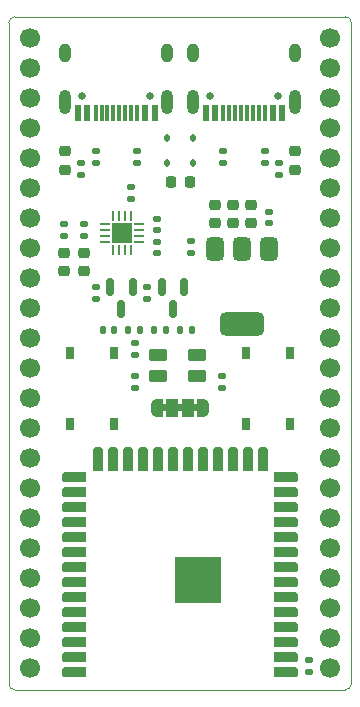
<source format=gts>
G04 #@! TF.GenerationSoftware,KiCad,Pcbnew,8.0.8*
G04 #@! TF.CreationDate,2025-02-02T16:18:31-05:00*
G04 #@! TF.ProjectId,BCD-S3-DevKitC-1-N16R8V,4243442d-5333-42d4-9465-764b6974432d,1.0*
G04 #@! TF.SameCoordinates,Original*
G04 #@! TF.FileFunction,Soldermask,Top*
G04 #@! TF.FilePolarity,Negative*
%FSLAX46Y46*%
G04 Gerber Fmt 4.6, Leading zero omitted, Abs format (unit mm)*
G04 Created by KiCad (PCBNEW 8.0.8) date 2025-02-02 16:18:31*
%MOMM*%
%LPD*%
G01*
G04 APERTURE LIST*
G04 Aperture macros list*
%AMRoundRect*
0 Rectangle with rounded corners*
0 $1 Rounding radius*
0 $2 $3 $4 $5 $6 $7 $8 $9 X,Y pos of 4 corners*
0 Add a 4 corners polygon primitive as box body*
4,1,4,$2,$3,$4,$5,$6,$7,$8,$9,$2,$3,0*
0 Add four circle primitives for the rounded corners*
1,1,$1+$1,$2,$3*
1,1,$1+$1,$4,$5*
1,1,$1+$1,$6,$7*
1,1,$1+$1,$8,$9*
0 Add four rect primitives between the rounded corners*
20,1,$1+$1,$2,$3,$4,$5,0*
20,1,$1+$1,$4,$5,$6,$7,0*
20,1,$1+$1,$6,$7,$8,$9,0*
20,1,$1+$1,$8,$9,$2,$3,0*%
%AMOutline5P*
0 Free polygon, 5 corners , with rotation*
0 The origin of the aperture is its center*
0 number of corners: always 5*
0 $1 to $10 corner X, Y*
0 $11 Rotation angle, in degrees counterclockwise*
0 create outline with 5 corners*
4,1,5,$1,$2,$3,$4,$5,$6,$7,$8,$9,$10,$1,$2,$11*%
%AMOutline6P*
0 Free polygon, 6 corners , with rotation*
0 The origin of the aperture is its center*
0 number of corners: always 6*
0 $1 to $12 corner X, Y*
0 $13 Rotation angle, in degrees counterclockwise*
0 create outline with 6 corners*
4,1,6,$1,$2,$3,$4,$5,$6,$7,$8,$9,$10,$11,$12,$1,$2,$13*%
%AMOutline7P*
0 Free polygon, 7 corners , with rotation*
0 The origin of the aperture is its center*
0 number of corners: always 7*
0 $1 to $14 corner X, Y*
0 $15 Rotation angle, in degrees counterclockwise*
0 create outline with 7 corners*
4,1,7,$1,$2,$3,$4,$5,$6,$7,$8,$9,$10,$11,$12,$13,$14,$1,$2,$15*%
%AMOutline8P*
0 Free polygon, 8 corners , with rotation*
0 The origin of the aperture is its center*
0 number of corners: always 8*
0 $1 to $16 corner X, Y*
0 $17 Rotation angle, in degrees counterclockwise*
0 create outline with 8 corners*
4,1,8,$1,$2,$3,$4,$5,$6,$7,$8,$9,$10,$11,$12,$13,$14,$15,$16,$1,$2,$17*%
%AMFreePoly0*
4,1,19,0.550000,-0.750000,0.000000,-0.750000,0.000000,-0.744911,-0.071157,-0.744911,-0.207708,-0.704816,-0.327430,-0.627875,-0.420627,-0.520320,-0.479746,-0.390866,-0.500000,-0.250000,-0.500000,0.250000,-0.479746,0.390866,-0.420627,0.520320,-0.327430,0.627875,-0.207708,0.704816,-0.071157,0.744911,0.000000,0.744911,0.000000,0.750000,0.550000,0.750000,0.550000,-0.750000,0.550000,-0.750000,
$1*%
%AMFreePoly1*
4,1,19,0.000000,0.744911,0.071157,0.744911,0.207708,0.704816,0.327430,0.627875,0.420627,0.520320,0.479746,0.390866,0.500000,0.250000,0.500000,-0.250000,0.479746,-0.390866,0.420627,-0.520320,0.327430,-0.627875,0.207708,-0.704816,0.071157,-0.744911,0.000000,-0.744911,0.000000,-0.750000,-0.550000,-0.750000,-0.550000,0.750000,0.000000,0.750000,0.000000,0.744911,0.000000,0.744911,
$1*%
G04 Aperture macros list end*
%ADD10RoundRect,0.225000X0.250000X-0.225000X0.250000X0.225000X-0.250000X0.225000X-0.250000X-0.225000X0*%
%ADD11RoundRect,0.135000X-0.185000X0.135000X-0.185000X-0.135000X0.185000X-0.135000X0.185000X0.135000X0*%
%ADD12RoundRect,0.140000X0.140000X0.170000X-0.140000X0.170000X-0.140000X-0.170000X0.140000X-0.170000X0*%
%ADD13R,0.750000X1.000000*%
%ADD14RoundRect,0.140000X0.170000X-0.140000X0.170000X0.140000X-0.170000X0.140000X-0.170000X-0.140000X0*%
%ADD15RoundRect,0.218750X0.256250X-0.218750X0.256250X0.218750X-0.256250X0.218750X-0.256250X-0.218750X0*%
%ADD16RoundRect,0.135000X0.185000X-0.135000X0.185000X0.135000X-0.185000X0.135000X-0.185000X-0.135000X0*%
%ADD17RoundRect,0.062500X0.350000X0.062500X-0.350000X0.062500X-0.350000X-0.062500X0.350000X-0.062500X0*%
%ADD18RoundRect,0.062500X0.062500X0.350000X-0.062500X0.350000X-0.062500X-0.350000X0.062500X-0.350000X0*%
%ADD19R,1.700000X1.700000*%
%ADD20RoundRect,0.150000X-0.150000X0.587500X-0.150000X-0.587500X0.150000X-0.587500X0.150000X0.587500X0*%
%ADD21RoundRect,0.140000X-0.140000X-0.170000X0.140000X-0.170000X0.140000X0.170000X-0.140000X0.170000X0*%
%ADD22RoundRect,0.218750X-0.218750X-0.256250X0.218750X-0.256250X0.218750X0.256250X-0.218750X0.256250X0*%
%ADD23RoundRect,0.140000X-0.170000X0.140000X-0.170000X-0.140000X0.170000X-0.140000X0.170000X0.140000X0*%
%ADD24RoundRect,0.218750X-0.256250X0.218750X-0.256250X-0.218750X0.256250X-0.218750X0.256250X0.218750X0*%
%ADD25RoundRect,0.135000X-0.135000X-0.185000X0.135000X-0.185000X0.135000X0.185000X-0.135000X0.185000X0*%
%ADD26RoundRect,0.112500X0.112500X-0.187500X0.112500X0.187500X-0.112500X0.187500X-0.112500X-0.187500X0*%
%ADD27C,0.650000*%
%ADD28R,0.600000X1.450000*%
%ADD29R,0.300000X1.450000*%
%ADD30O,1.000000X2.100000*%
%ADD31O,1.000000X1.600000*%
%ADD32C,0.450000*%
%ADD33Outline6P,-1.000000X0.270000X-0.820000X0.450000X1.000000X0.450000X1.000000X-0.450000X-0.820000X-0.450000X-1.000000X-0.270000X180.000000*%
%ADD34Outline6P,-1.000000X0.270000X-0.820000X0.450000X1.000000X0.450000X1.000000X-0.450000X-0.820000X-0.450000X-1.000000X-0.270000X270.000000*%
%ADD35Outline6P,-1.000000X0.270000X-0.820000X0.450000X1.000000X0.450000X1.000000X-0.450000X-0.820000X-0.450000X-1.000000X-0.270000X0.000000*%
%ADD36C,3.500000*%
%ADD37R,3.900000X3.900000*%
%ADD38FreePoly0,0.000000*%
%ADD39R,1.000000X1.500000*%
%ADD40FreePoly1,0.000000*%
%ADD41RoundRect,0.375000X-0.375000X0.625000X-0.375000X-0.625000X0.375000X-0.625000X0.375000X0.625000X0*%
%ADD42RoundRect,0.500000X-1.400000X0.500000X-1.400000X-0.500000X1.400000X-0.500000X1.400000X0.500000X0*%
%ADD43RoundRect,0.100000X-0.650000X-0.400000X0.650000X-0.400000X0.650000X0.400000X-0.650000X0.400000X0*%
%ADD44C,1.700000*%
G04 #@! TA.AperFunction,Profile*
%ADD45C,0.050000*%
G04 #@! TD*
G04 APERTURE END LIST*
D10*
X149868600Y-75697450D03*
X149868600Y-74147450D03*
D11*
X141585700Y-88610450D03*
X141585700Y-89630450D03*
D12*
X139808600Y-84696450D03*
X138848600Y-84696450D03*
D11*
X138243333Y-69562900D03*
X138243333Y-70582900D03*
D13*
X154740000Y-86650000D03*
X154740000Y-92650000D03*
X150990000Y-86650000D03*
X150990000Y-92650000D03*
D14*
X143400833Y-78212850D03*
X143400833Y-77252850D03*
D11*
X141743333Y-69562900D03*
X141743333Y-70582900D03*
D15*
X135673333Y-71189650D03*
X135673333Y-69614650D03*
D11*
X142609100Y-81114950D03*
X142609100Y-82134950D03*
D16*
X135595600Y-76806950D03*
X135595600Y-75786950D03*
D17*
X141955833Y-77252850D03*
X141955833Y-76752850D03*
X141955833Y-76252850D03*
X141955833Y-75752850D03*
D18*
X141243333Y-75040350D03*
X140743333Y-75040350D03*
X140243333Y-75040350D03*
X139743333Y-75040350D03*
D17*
X139030833Y-75752850D03*
X139030833Y-76252850D03*
X139030833Y-76752850D03*
X139030833Y-77252850D03*
D18*
X139743333Y-77965350D03*
X140243333Y-77965350D03*
X140743333Y-77965350D03*
X141243333Y-77965350D03*
D19*
X140493333Y-76502850D03*
D20*
X141372350Y-81114950D03*
X139472350Y-81114950D03*
X140422350Y-82989950D03*
X145745850Y-81114950D03*
X143845850Y-81114950D03*
X144795850Y-82989950D03*
D21*
X145404600Y-84696450D03*
X146364600Y-84696450D03*
D11*
X149056666Y-69592900D03*
X149056666Y-70612900D03*
D22*
X144632499Y-72201900D03*
X146207499Y-72201900D03*
D10*
X151428600Y-75697450D03*
X151428600Y-74147450D03*
D14*
X143400833Y-76252850D03*
X143400833Y-75292850D03*
D11*
X152556666Y-69592900D03*
X152556666Y-70612900D03*
D14*
X141243333Y-73625350D03*
X141243333Y-72665350D03*
D23*
X156325000Y-112700000D03*
X156325000Y-113660000D03*
D24*
X135595600Y-78173450D03*
X135595600Y-79748450D03*
D10*
X148348600Y-75697450D03*
X148348600Y-74147450D03*
D25*
X140976100Y-84696450D03*
X141996100Y-84696450D03*
D26*
X146486665Y-70582900D03*
X146486665Y-68482900D03*
D27*
X153696666Y-64936800D03*
X147916666Y-64936800D03*
D28*
X154056666Y-66381800D03*
X153256666Y-66381800D03*
D29*
X152056666Y-66381800D03*
X151056666Y-66381800D03*
X150556666Y-66381800D03*
X149556666Y-66381800D03*
D28*
X148356666Y-66381800D03*
X147556666Y-66381800D03*
X147556666Y-66381800D03*
X148356666Y-66381800D03*
D29*
X149056666Y-66381800D03*
X150056666Y-66381800D03*
X151556666Y-66381800D03*
X152556666Y-66381800D03*
D28*
X153256666Y-66381800D03*
X154056666Y-66381800D03*
D30*
X155126666Y-65466800D03*
D31*
X155126666Y-61286800D03*
D30*
X146486666Y-65466800D03*
D31*
X146486666Y-61286800D03*
D11*
X148985700Y-88610450D03*
X148985700Y-89630450D03*
D25*
X143217100Y-84696450D03*
X144237100Y-84696450D03*
D24*
X137221200Y-78173450D03*
X137221200Y-79748450D03*
D32*
X155052000Y-113660000D03*
D33*
X154400000Y-113660000D03*
D32*
X155052000Y-112390000D03*
D33*
X154400000Y-112390000D03*
D32*
X155052000Y-111120000D03*
D33*
X154400000Y-111120000D03*
D32*
X155052000Y-109850000D03*
D33*
X154400000Y-109850000D03*
D32*
X155052000Y-108580000D03*
D33*
X154400000Y-108580000D03*
D32*
X155052000Y-107310000D03*
D33*
X154400000Y-107310000D03*
D32*
X155052000Y-106040000D03*
D33*
X154400000Y-106040000D03*
D32*
X155052000Y-104770000D03*
D33*
X154400000Y-104770000D03*
D32*
X155052000Y-103500000D03*
D33*
X154400000Y-103500000D03*
D32*
X155052000Y-102230000D03*
D33*
X154400000Y-102230000D03*
D32*
X155052000Y-100960000D03*
D33*
X154400000Y-100960000D03*
D32*
X155052000Y-99690000D03*
D33*
X154400000Y-99690000D03*
D32*
X155052000Y-98420000D03*
D33*
X154400000Y-98420000D03*
D32*
X155052000Y-97150000D03*
D33*
X154400000Y-97150000D03*
D34*
X152385000Y-95650000D03*
D32*
X152385000Y-94998000D03*
D34*
X151115000Y-95650000D03*
D32*
X151115000Y-94998000D03*
D34*
X149845000Y-95650000D03*
D32*
X149845000Y-94998000D03*
D34*
X148575000Y-95650000D03*
D32*
X148575000Y-94998000D03*
D34*
X147305000Y-95650000D03*
D32*
X147305000Y-94998000D03*
D34*
X146035000Y-95650000D03*
D32*
X146035000Y-94998000D03*
D34*
X144765000Y-95650000D03*
D32*
X144765000Y-94998000D03*
D34*
X143495000Y-95650000D03*
D32*
X143495000Y-94998000D03*
D34*
X142225000Y-95650000D03*
D32*
X142225000Y-94998000D03*
D34*
X140955000Y-95650000D03*
D32*
X140955000Y-94998000D03*
D34*
X139685000Y-95650000D03*
D32*
X139685000Y-94998000D03*
D34*
X138415000Y-95650000D03*
D32*
X138415000Y-94998000D03*
D35*
X136400000Y-97150000D03*
D32*
X135748000Y-97150000D03*
D35*
X136400000Y-98420000D03*
D32*
X135748000Y-98420000D03*
D35*
X136400000Y-99690000D03*
D32*
X135748000Y-99690000D03*
D35*
X136400000Y-100960000D03*
D32*
X135748000Y-100960000D03*
D35*
X136400000Y-102230000D03*
D32*
X135748000Y-102230000D03*
D35*
X136400000Y-103500000D03*
D32*
X135748000Y-103500000D03*
D35*
X136400000Y-104770000D03*
D32*
X135748000Y-104770000D03*
D35*
X136400000Y-106040000D03*
D32*
X135748000Y-106040000D03*
D35*
X136400000Y-107310000D03*
D32*
X135748000Y-107310000D03*
D35*
X136400000Y-108580000D03*
D32*
X135748000Y-108580000D03*
D35*
X136400000Y-109850000D03*
D32*
X135748000Y-109850000D03*
D35*
X136400000Y-111120000D03*
D32*
X135748000Y-111120000D03*
D35*
X136400000Y-112390000D03*
D32*
X135748000Y-112390000D03*
D35*
X136400000Y-113660000D03*
D32*
X135748000Y-113660000D03*
D36*
X146900000Y-105940000D03*
D37*
X146900000Y-105940000D03*
D15*
X155126666Y-71189650D03*
X155126666Y-69614650D03*
D11*
X138235600Y-81114950D03*
X138235600Y-82134950D03*
D38*
X143450000Y-91307280D03*
D39*
X144750000Y-91307280D03*
X146050000Y-91307280D03*
D40*
X147350000Y-91307280D03*
D41*
X152948600Y-77906450D03*
X150648600Y-77906450D03*
D42*
X150648600Y-84206450D03*
D41*
X148348600Y-77906450D03*
D23*
X141585700Y-85850450D03*
X141585700Y-86810450D03*
D27*
X142883333Y-64936800D03*
X137103333Y-64936800D03*
D28*
X143243333Y-66381800D03*
X142443333Y-66381800D03*
D29*
X141243333Y-66381800D03*
X140243333Y-66381800D03*
X139743333Y-66381800D03*
X138743333Y-66381800D03*
D28*
X137543333Y-66381800D03*
X136743333Y-66381800D03*
X136743333Y-66381800D03*
X137543333Y-66381800D03*
D29*
X138243333Y-66381800D03*
X139243333Y-66381800D03*
X140743333Y-66381800D03*
X141743333Y-66381800D03*
D28*
X142443333Y-66381800D03*
X143243333Y-66381800D03*
D30*
X144313333Y-65466800D03*
D31*
X144313333Y-61286800D03*
D30*
X135673333Y-65466800D03*
D31*
X135673333Y-61286800D03*
D16*
X153764166Y-71632900D03*
X153764166Y-70612900D03*
X137035833Y-71602900D03*
X137035833Y-70582900D03*
D26*
X144313333Y-70582900D03*
X144313333Y-68482900D03*
D16*
X146324600Y-78212850D03*
X146324600Y-77192850D03*
D43*
X143521400Y-86810450D03*
X143521400Y-88610450D03*
X146821400Y-88610450D03*
X146821400Y-86810450D03*
D16*
X137221200Y-76806950D03*
X137221200Y-75786950D03*
D14*
X152948600Y-75697450D03*
X152948600Y-74737450D03*
D13*
X139810000Y-86650000D03*
X139810000Y-92650000D03*
X136060000Y-86650000D03*
X136060000Y-92650000D03*
D44*
X132700000Y-113340000D03*
X132700000Y-110800000D03*
X132700000Y-108260000D03*
X132700000Y-105720000D03*
X132700000Y-103180000D03*
X132700000Y-100640000D03*
X132700000Y-98100000D03*
X132700000Y-95560000D03*
X132700000Y-93020000D03*
X132700000Y-90480000D03*
X132700000Y-87940000D03*
X132700000Y-85400000D03*
X132700000Y-82860000D03*
X132700000Y-80320000D03*
X132700000Y-77780000D03*
X132700000Y-75240000D03*
X132700000Y-72700000D03*
X132700000Y-70160000D03*
X132700000Y-67620000D03*
X132700000Y-65080000D03*
X132700000Y-62540000D03*
X132700000Y-60000000D03*
X158100000Y-113340000D03*
X158100000Y-110800000D03*
X158100000Y-108260000D03*
X158100000Y-105720000D03*
X158100000Y-103180000D03*
X158100000Y-100640000D03*
X158100000Y-98100000D03*
X158100000Y-95560000D03*
X158100000Y-93020000D03*
X158100000Y-90480000D03*
X158100000Y-87940000D03*
X158100000Y-85400000D03*
X158100000Y-82860000D03*
X158100000Y-80320000D03*
X158100000Y-77780000D03*
X158100000Y-75240000D03*
X158100000Y-72700000D03*
X158100000Y-70160000D03*
X158100000Y-67620000D03*
X158100000Y-65080000D03*
X158100000Y-62540000D03*
X158100000Y-60000000D03*
G36*
X146841639Y-91007685D02*
G01*
X146887394Y-91060489D01*
X146898600Y-91112000D01*
X146898600Y-91499000D01*
X146878915Y-91566039D01*
X146826111Y-91611794D01*
X146774600Y-91623000D01*
X144025400Y-91623000D01*
X143958361Y-91603315D01*
X143912606Y-91550511D01*
X143901400Y-91499000D01*
X143901400Y-91112000D01*
X143921085Y-91044961D01*
X143973889Y-90999206D01*
X144025400Y-90988000D01*
X146774600Y-90988000D01*
X146841639Y-91007685D01*
G37*
D45*
X130900000Y-58708000D02*
X130900000Y-114692000D01*
X159900000Y-114692000D02*
G75*
G02*
X159392000Y-115200000I-508000J0D01*
G01*
X159392000Y-58200000D02*
X131408000Y-58200000D01*
X159392000Y-115200000D02*
X131408000Y-115200000D01*
X159392000Y-58200000D02*
G75*
G02*
X159900000Y-58708000I0J-508000D01*
G01*
X130900000Y-58708000D02*
G75*
G02*
X131408000Y-58200000I508000J0D01*
G01*
X131408000Y-115200000D02*
G75*
G02*
X130900000Y-114692000I0J508000D01*
G01*
X159900000Y-114692000D02*
X159900000Y-58708000D01*
M02*

</source>
